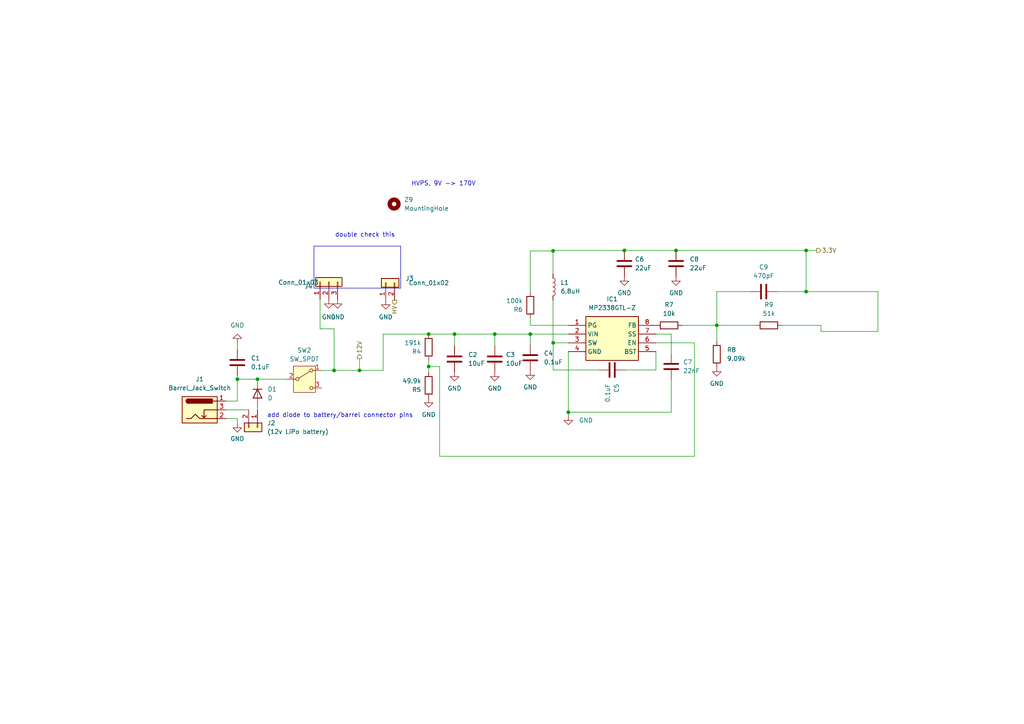
<source format=kicad_sch>
(kicad_sch (version 20230121) (generator eeschema)
  (paper "A4")
  (lib_symbols
    (symbol "Connector:Barrel_Jack_Switch" (pin_names hide)
      (property "Reference" "J" (at 0 5.334 0))
      (property "Value" "Barrel_Jack_Switch" (at 0 -5.08 0))
      (symbol "Barrel_Jack_Switch_0_1"
        (rectangle (start -5.08 3.81) (end 5.08 -3.81) (stroke (width 0.254)) (fill (type background)))
        (arc (start -3.302 3.175) (mid -3.9343 2.54) (end -3.302 1.905) (stroke (width 0.254)))
        (arc (start -3.302 3.175) (mid -3.9343 2.54) (end -3.302 1.905) (stroke (width 0.254)) (fill (type outline)))
        (polyline (pts (xy 1.27 -2.286) (xy 1.905 -1.651)) (stroke (width 0.254)))
        (polyline (pts (xy 5.08 2.54) (xy 3.81 2.54)) (stroke (width 0.254)))
        (polyline (pts (xy 5.08 0) (xy 1.27 0) (xy 1.27 -2.286) (xy 0.635 -1.651)) (stroke (width 0.254)))
        (polyline (pts (xy -3.81 -2.54) (xy -2.54 -2.54) (xy -1.27 -1.27) (xy 0 -2.54) (xy 2.54 -2.54) (xy 5.08 -2.54)) (stroke (width 0.254)))
        (rectangle (start 3.683 3.175) (end -3.302 1.905) (stroke (width 0.254)) (fill (type outline)))
      )
      (symbol "Barrel_Jack_Switch_1_1"
        (pin passive line (at 7.62 2.54 180) (length 2.54) (name "~") (number "1"))
        (pin passive line (at 7.62 -2.54 180) (length 2.54) (name "~") (number "2"))
        (pin passive line (at 7.62 0 180) (length 2.54) (name "~") (number "3"))
      )
    )
    (symbol "Connector_Generic:Conn_01x02" (pin_names (offset 1.016) hide)
      (property "Reference" "J" (at 0 2.54 0))
      (property "Value" "Conn_01x02" (at 0 -5.08 0))
      (symbol "Conn_01x02_1_1"
        (rectangle (start -1.27 -2.413) (end 0 -2.667) (stroke (width 0.1524)))
        (rectangle (start -1.27 0.127) (end 0 -0.127) (stroke (width 0.1524)))
        (rectangle (start -1.27 1.27) (end 1.27 -3.81) (stroke (width 0.254)) (fill (type background)))
        (pin passive line (at -5.08 0 0) (length 3.81) (name "Pin_1") (number "1"))
        (pin passive line (at -5.08 -2.54 0) (length 3.81) (name "Pin_2") (number "2"))
      )
    )
    (symbol "Connector_Generic:Conn_01x03" (pin_names (offset 1.016) hide)
      (property "Reference" "J" (at 0 5.08 0))
      (property "Value" "Conn_01x03" (at 0 -5.08 0))
      (symbol "Conn_01x03_1_1"
        (rectangle (start -1.27 -2.413) (end 0 -2.667) (stroke (width 0.1524)))
        (rectangle (start -1.27 0.127) (end 0 -0.127) (stroke (width 0.1524)))
        (rectangle (start -1.27 2.667) (end 0 2.413) (stroke (width 0.1524)))
        (rectangle (start -1.27 3.81) (end 1.27 -3.81) (stroke (width 0.254)) (fill (type background)))
        (pin passive line (at -5.08 2.54 0) (length 3.81) (name "Pin_1") (number "1"))
        (pin passive line (at -5.08 0 0) (length 3.81) (name "Pin_2") (number "2"))
        (pin passive line (at -5.08 -2.54 0) (length 3.81) (name "Pin_3") (number "3"))
      )
    )
    (symbol "Device:C" (pin_numbers hide) (pin_names (offset 0.254))
      (property "Reference" "C" (at 0.635 2.54 0))
      (property "Value" "C" (at 0.635 -2.54 0))
      (symbol "C_0_1"
        (polyline (pts (xy -2.032 -0.762) (xy 2.032 -0.762)) (stroke (width 0.508)))
        (polyline (pts (xy -2.032 0.762) (xy 2.032 0.762)) (stroke (width 0.508)))
      )
      (symbol "C_1_1"
        (pin passive line (at 0 3.81 270) (length 2.794) (name "~") (number "1"))
        (pin passive line (at 0 -3.81 90) (length 2.794) (name "~") (number "2"))
      )
    )
    (symbol "Device:D" (pin_numbers hide) (pin_names (offset 1.016) hide)
      (property "Reference" "D" (at 0 2.54 0))
      (property "Value" "D" (at 0 -2.54 0))
      (symbol "D_0_1"
        (polyline (pts (xy -1.27 1.27) (xy -1.27 -1.27)) (stroke (width 0.254)))
        (polyline (pts (xy 1.27 0) (xy -1.27 0)))
        (polyline (pts (xy 1.27 1.27) (xy 1.27 -1.27) (xy -1.27 0) (xy 1.27 1.27)) (stroke (width 0.254)))
      )
      (symbol "D_1_1"
        (pin passive line (at -3.81 0 0) (length 2.54) (name "K") (number "1"))
        (pin passive line (at 3.81 0 180) (length 2.54) (name "A") (number "2"))
      )
    )
    (symbol "Device:L" (pin_numbers hide) (pin_names (offset 1.016) hide)
      (property "Reference" "L" (at -1.27 0 90))
      (property "Value" "L" (at 1.905 0 90))
      (symbol "L_0_1"
        (arc (start 0 -2.54) (mid 0.6323 -1.905) (end 0 -1.27))
        (arc (start 0 -1.27) (mid 0.6323 -0.635) (end 0 0))
        (arc (start 0 0) (mid 0.6323 0.635) (end 0 1.27))
        (arc (start 0 1.27) (mid 0.6323 1.905) (end 0 2.54))
      )
      (symbol "L_1_1"
        (pin passive line (at 0 3.81 270) (length 1.27) (name "1") (number "1"))
        (pin passive line (at 0 -3.81 90) (length 1.27) (name "2") (number "2"))
      )
    )
    (symbol "Device:R" (pin_numbers hide) (pin_names (offset 0))
      (property "Reference" "R" (at 2.032 0 90))
      (property "Value" "R" (at 0 0 90))
      (symbol "R_0_1"
        (rectangle (start -1.016 -2.54) (end 1.016 2.54) (stroke (width 0.254)))
      )
      (symbol "R_1_1"
        (pin passive line (at 0 3.81 270) (length 1.27) (name "~") (number "1"))
        (pin passive line (at 0 -3.81 90) (length 1.27) (name "~") (number "2"))
      )
    )
    (symbol "MP2338GTL-Z:MP2338GTL-Z"
      (property "Reference" "IC" (at 21.59 7.62 0))
      (property "Value" "MP2338GTL-Z" (at 21.59 5.08 0))
      (symbol "MP2338GTL-Z_1_1"
        (rectangle (start 5.08 2.54) (end 20.32 -10.16) (stroke (width 0.254)) (fill (type background)))
        (pin passive line (at 0 0 0) (length 5.08) (name "PG") (number "1"))
        (pin passive line (at 0 -2.54 0) (length 5.08) (name "VIN") (number "2"))
        (pin passive line (at 0 -5.08 0) (length 5.08) (name "SW") (number "3"))
        (pin passive line (at 0 -7.62 0) (length 5.08) (name "GND") (number "4"))
        (pin passive line (at 25.4 -7.62 180) (length 5.08) (name "BST") (number "5"))
        (pin passive line (at 25.4 -5.08 180) (length 5.08) (name "EN") (number "6"))
        (pin passive line (at 25.4 -2.54 180) (length 5.08) (name "SS") (number "7"))
        (pin passive line (at 25.4 0 180) (length 5.08) (name "FB") (number "8"))
      )
    )
    (symbol "Mechanical:MountingHole" (pin_names (offset 1.016))
      (property "Reference" "H" (at 0 5.08 0))
      (property "Value" "MountingHole" (at 0 3.175 0))
      (symbol "MountingHole_0_1"
        (circle (center 0 0) (radius 1.27) (stroke (width 1.27)))
      )
    )
    (symbol "Switch:SW_SPDT" (pin_names (offset 0) hide)
      (property "Reference" "SW" (at 0 5.08 0))
      (property "Value" "SW_SPDT" (at 0 -5.08 0))
      (symbol "SW_SPDT_0_1"
        (circle (center -2.032 0) (radius 0.4572))
        (polyline (pts (xy -1.651 0.254) (xy 1.651 2.286)))
        (circle (center 2.032 -2.54) (radius 0.4572))
        (circle (center 2.032 2.54) (radius 0.4572))
      )
      (symbol "SW_SPDT_1_1"
        (rectangle (start -3.175 3.81) (end 3.175 -3.81) (fill (type background)))
        (pin passive line (at 5.08 2.54 180) (length 2.54) (name "A") (number "1"))
        (pin passive line (at -5.08 0 0) (length 2.54) (name "B") (number "2"))
        (pin passive line (at 5.08 -2.54 180) (length 2.54) (name "C") (number "3"))
      )
    )
    (symbol "power:GND" (power) (pin_names (offset 0))
      (property "Value" "GND" (at 0 -3.81 0))
      (symbol "GND_0_1"
        (polyline (pts (xy 0 0) (xy 0 -1.27) (xy 1.27 -1.27) (xy 0 -2.54) (xy -1.27 -1.27) (xy 0 -1.27)))
      )
      (symbol "GND_1_1"
        (pin power_in line (at 0 0 270) (length 0) hide (name "GND") (number "1"))
      )
    )
  )
  (junction (at 124.333 106.3081))
  (junction (at 181.102 72.644))
  (junction (at 104.267 107.442))
  (junction (at 124.333 96.901))
  (junction (at 68.834 109.982))
  (junction (at 164.846 119.5642))
  (junction (at 233.807 84.582))
  (junction (at 160.4363 99.441))
  (junction (at 74.676 109.982))
  (junction (at 160.401 72.771))
  (junction (at 196.088 72.644))
  (junction (at 143.51 96.901))
  (junction (at 96.901 107.442))
  (junction (at 153.797 96.901))
  (junction (at 131.826 96.901))
  (junction (at 233.807 72.644))
  (junction (at 207.899 94.361))
  (wire (pts (xy 160.4363 99.441) (xy 160.401 99.441)))
  (wire (pts (xy 93.345 107.442) (xy 96.901 107.442)))
  (wire (pts (xy 196.088 72.644) (xy 233.807 72.644)))
  (wire (pts (xy 164.846 119.5642) (xy 194.691 119.5642)))
  (wire (pts (xy 65.532 121.412) (xy 68.834 121.412)))
  (wire (pts (xy 153.797 96.774) (xy 153.797 96.901)))
  (wire (pts (xy 173.736 107.315) (xy 160.4363 107.315)))
  (wire (pts (xy 190.246 96.901) (xy 194.691 96.901)))
  (wire (pts (xy 153.797 72.771) (xy 160.401 72.771)))
  (wire (pts (xy 124.333 104.521) (xy 124.333 106.3081)))
  (wire (pts (xy 68.834 108.966) (xy 68.834 109.982)))
  (wire (pts (xy 164.846 96.901) (xy 153.797 96.901)))
  (wire (pts (xy 160.401 99.441) (xy 160.401 87.0314)))
  (wire (pts (xy 68.834 116.332) (xy 68.834 109.982)))
  (wire (pts (xy 96.901 107.442) (xy 104.267 107.442)))
  (wire (pts (xy 92.837 95.377) (xy 92.837 86.868)))
  (wire (pts (xy 68.834 109.982) (xy 74.676 109.982)))
  (wire (pts (xy 254.635 84.582) (xy 233.807 84.582)))
  (wire (pts (xy 207.899 94.361) (xy 207.899 84.582)))
  (wire (pts (xy 153.797 94.361) (xy 153.797 92.329)))
  (wire (pts (xy 153.797 84.709) (xy 153.797 72.771)))
  (wire (pts (xy 131.826 96.901) (xy 131.826 100.33)))
  (wire (pts (xy 233.807 72.644) (xy 236.855 72.644)))
  (wire (pts (xy 153.797 96.901) (xy 153.797 99.949)))
  (wire (pts (xy 68.834 122.8071) (xy 68.834 121.412)))
  (wire (pts (xy 127.508 132.334) (xy 201.422 132.334)))
  (wire (pts (xy 160.4363 99.441) (xy 160.4363 107.315)))
  (wire (pts (xy 207.899 94.361) (xy 219.202 94.361)))
  (wire (pts (xy 68.8364 101.346) (xy 68.834 101.346)))
  (wire (pts (xy 143.51 96.901) (xy 153.797 96.901)))
  (wire (pts (xy 190.246 107.315) (xy 181.356 107.315)))
  (wire (pts (xy 65.532 118.872) (xy 72.136 118.872)))
  (wire (pts (xy 104.267 107.442) (xy 111.125 107.442)))
  (wire (pts (xy 164.846 99.441) (xy 160.4363 99.441)))
  (wire (pts (xy 74.676 117.983) (xy 74.676 118.872)))
  (wire (pts (xy 160.401 72.644) (xy 181.102 72.644)))
  (wire (pts (xy 160.401 79.4114) (xy 160.401 72.771)))
  (wire (pts (xy 254.635 84.582) (xy 254.635 96.139)))
  (wire (pts (xy 164.846 94.361) (xy 153.797 94.361)))
  (wire (pts (xy 164.846 120.65) (xy 164.846 119.5642)))
  (wire (pts (xy 207.899 84.582) (xy 217.678 84.582)))
  (wire (pts (xy 124.333 96.901) (xy 131.826 96.901)))
  (wire (pts (xy 74.676 109.982) (xy 83.185 109.982)))
  (wire (pts (xy 104.267 104.013) (xy 104.267 107.442)))
  (wire (pts (xy 238.125 94.361) (xy 226.822 94.361)))
  (wire (pts (xy 197.866 94.361) (xy 207.899 94.361)))
  (wire (pts (xy 194.691 119.5642) (xy 194.691 110.109)))
  (wire (pts (xy 207.899 94.361) (xy 207.899 98.933)))
  (wire (pts (xy 201.422 99.441) (xy 190.246 99.441)))
  (wire (pts (xy 238.125 96.139) (xy 254.635 96.139)))
  (wire (pts (xy 194.691 96.901) (xy 194.691 102.489)))
  (wire (pts (xy 111.125 107.442) (xy 111.125 96.901)))
  (wire (pts (xy 96.901 107.442) (xy 96.901 95.377)))
  (wire (pts (xy 74.676 109.982) (xy 74.676 110.363)))
  (wire (pts (xy 164.846 101.981) (xy 164.846 119.5642)))
  (wire (pts (xy 238.125 96.139) (xy 238.125 94.361)))
  (wire (pts (xy 181.102 72.644) (xy 196.088 72.644)))
  (wire (pts (xy 190.246 101.981) (xy 190.246 107.315)))
  (wire (pts (xy 201.422 99.441) (xy 201.422 132.334)))
  (wire (pts (xy 131.826 96.901) (xy 143.51 96.901)))
  (wire (pts (xy 96.901 95.377) (xy 92.837 95.377)))
  (wire (pts (xy 124.333 106.3081) (xy 124.333 107.95)))
  (wire (pts (xy 143.51 96.901) (xy 143.51 100.33)))
  (wire (pts (xy 111.125 96.901) (xy 124.333 96.901)))
  (wire (pts (xy 233.807 72.644) (xy 233.807 84.582)))
  (wire (pts (xy 68.8364 101.346) (xy 68.8364 99.4438)))
  (wire (pts (xy 127.508 132.334) (xy 127.508 106.3081)))
  (wire (pts (xy 127.508 106.3081) (xy 124.333 106.3081)))
  (wire (pts (xy 65.532 116.332) (xy 68.834 116.332)))
  (wire (pts (xy 160.401 72.771) (xy 160.401 72.644)))
  (wire (pts (xy 225.298 84.582) (xy 233.807 84.582)))
  (rectangle (start 91.059 71.374) (end 116.205 83.566))
  (text "HVPS, 9V -> 170V" (at 119.253 54.102 0) (effects (font (size 1.27 1.27)) (justify left bottom)))
  (text "double check this\n" (at 97.155 68.961 0) (effects (font (size 1.27 1.27)) (justify left bottom)))
  (text "add diode to battery/barrel connector pins" (at 77.47 121.285 0) (effects (font (size 1.27 1.27)) (justify left bottom)))
  (hierarchical_label "HV" (shape output) (at 114.427 87.122 270))
  (hierarchical_label "12V" (shape output) (at 104.267 104.013 90))
  (hierarchical_label "3.3V" (shape output) (at 236.855 72.644 0))
  (symbol (lib_id "MP2338GTL-Z:MP2338GTL-Z") (at 164.846 94.361 0) (unit 1)
    (property "Reference" "IC1" (at 177.546 86.741 0))
    (property "Value" "MP2338GTL-Z" (at 177.546 89.281 0))
    (property "Footprint" "Footprints:MP2338GTLZ" (effects hide))
    (property "Datasheet" "https://www.monolithicpower.com/en/documentview/productdocument/index/version/2/document_type/Datasheet/lang/en/sku/MP2338GTL/document_id/9461/" (effects hide))
    (property "Height" "0.6" (effects hide))
    (property "Manufacturer_Name" "Monolithic Power Systems (MPS)" (effects hide))
    (property "Manufacturer_Part_Number" "MP2338GTL-Z" (effects hide))
    (property "Mouser Part Number" "946-MP2338GTL-Z" (effects hide))
    (property "Mouser Price/Stock" "https://www.mouser.co.uk/ProductDetail/Monolithic-Power-Systems-MPS/MP2338GTL-Z?qs=Li%252BoUPsLEnuizxbD7Jo%252B7w%3D%3D" (effects hide))
  )
  (symbol (lib_id "power:GND") (at 164.846 120.65 0) (unit 1)
    (property "Reference" "#PWR014" (effects hide))
    (property "Value" "GND" (at 167.894 121.92 0) (effects (justify left)))
  )
  (symbol (lib_id "Device:C") (at 153.797 103.759 180) (unit 1)
    (property "Reference" "C4" (at 157.734 102.489 0) (effects (justify right)))
    (property "Value" "0.1uF" (at 157.734 105.029 0) (effects (justify right)))
    (property "Footprint" "Capacitor_SMD:C_0805_2012Metric" (effects hide))
  )
  (symbol (lib_id "Device:C") (at 143.51 104.14 0) (unit 1)
    (property "Reference" "C3" (at 146.685 102.87 0) (effects (justify left)))
    (property "Value" "10uF" (at 146.685 105.41 0) (effects (justify left)))
    (property "Footprint" "Capacitor_SMD:C_0805_2012Metric" (effects hide))
  )
  (symbol (lib_id "power:GND") (at 97.917 86.868 0) (unit 1)
    (property "Reference" "#PWR09" (effects hide))
    (property "Value" "GND" (at 97.917 91.948 0))
  )
  (symbol (lib_id "Device:R") (at 223.012 94.361 270) (unit 1)
    (property "Reference" "R9" (at 223.012 88.392 90))
    (property "Value" "51k" (at 223.012 90.932 90))
    (property "Footprint" "Resistor_THT:R_Axial_DIN0204_L3.6mm_D1.6mm_P2.54mm_Vertical" (effects hide))
  )
  (symbol (lib_id "power:GND") (at 111.887 87.122 0) (unit 1)
    (property "Reference" "#PWR07" (effects hide))
    (property "Value" "GND" (at 111.887 91.948 0))
  )
  (symbol (lib_id "Device:C") (at 131.826 104.14 0) (unit 1)
    (property "Reference" "C2" (at 135.771 102.87 0) (effects (justify left)))
    (property "Value" "10uF" (at 135.771 105.41 0) (effects (justify left)))
    (property "Footprint" "Capacitor_SMD:C_0805_2012Metric" (effects hide))
  )
  (symbol (lib_id "power:GND") (at 131.826 107.95 0) (unit 1)
    (property "Reference" "#PWR011" (effects hide))
    (property "Value" "GND" (at 131.826 112.649 0))
  )
  (symbol (lib_id "Device:R") (at 194.056 94.361 90) (unit 1)
    (property "Reference" "R7" (at 194.056 88.392 90))
    (property "Value" "10k" (at 194.056 90.932 90))
    (property "Footprint" "Resistor_THT:R_Axial_DIN0204_L3.6mm_D1.6mm_P2.54mm_Vertical" (effects hide))
  )
  (symbol (lib_id "Switch:SW_SPDT") (at 88.265 109.982 0) (unit 1)
    (property "Reference" "SW2" (at 88.265 101.6 0))
    (property "Value" "SW_SPDT" (at 88.265 104.14 0))
    (property "Footprint" "Button_Switch_THT:SW_CuK_OS102011MA1QN1_SPDT_Angled" (effects hide))
  )
  (symbol (lib_id "Mechanical:MountingHole") (at 114.3 59.182 0) (unit 1)
    (property "Reference" "Z9" (at 117.221 57.912 0) (effects (justify left)))
    (property "Value" "MountingHole" (at 117.221 60.452 0) (effects (justify left)))
    (property "Footprint" "MountingHole:MountingHole_2.2mm_M2" (effects hide))
  )
  (symbol (lib_id "Device:C") (at 181.102 76.454 0) (unit 1)
    (property "Reference" "C6" (at 184.15 75.184 0) (effects (justify left)))
    (property "Value" "22uF" (at 184.15 77.724 0) (effects (justify left)))
    (property "Footprint" "Capacitor_SMD:C_0805_2012Metric" (effects hide))
  )
  (symbol (lib_id "Device:C") (at 221.488 84.582 270) (unit 1)
    (property "Reference" "C9" (at 221.488 77.47 90))
    (property "Value" "470pF" (at 221.488 80.01 90))
    (property "Footprint" "Capacitor_SMD:C_0805_2012Metric" (effects hide))
  )
  (symbol (lib_id "power:GND") (at 124.333 115.57 0) (unit 1)
    (property "Reference" "#PWR010" (effects hide))
    (property "Value" "GND" (at 124.333 120.269 0))
  )
  (symbol (lib_id "Device:C") (at 194.691 106.299 180) (unit 1)
    (property "Reference" "C7" (at 198.12 105.029 0) (effects (justify right)))
    (property "Value" "22nF" (at 198.12 107.569 0) (effects (justify right)))
    (property "Footprint" "Capacitor_SMD:C_0805_2012Metric" (effects hide))
  )
  (symbol (lib_id "Connector_Generic:Conn_01x02") (at 111.887 82.042 90) (unit 1)
    (property "Reference" "J3" (at 117.602 80.772 90) (effects (justify right)))
    (property "Value" "Conn_01x02" (at 118.491 82.042 90) (effects (justify right)))
    (property "Footprint" "Connector_PinHeader_2.54mm:PinHeader_1x02_P2.54mm_Vertical" (effects hide))
  )
  (symbol (lib_id "power:GND") (at 143.51 107.95 0) (unit 1)
    (property "Reference" "#PWR012" (effects hide))
    (property "Value" "GND" (at 143.51 112.649 0))
  )
  (symbol (lib_id "power:GND") (at 196.088 80.264 0) (unit 1)
    (property "Reference" "#PWR016" (effects hide))
    (property "Value" "GND" (at 196.088 84.963 0))
  )
  (symbol (lib_id "Connector:Barrel_Jack_Switch") (at 57.912 118.872 0) (unit 1)
    (property "Reference" "J1" (at 57.912 109.982 0))
    (property "Value" "Barrel_Jack_Switch" (at 57.912 112.522 0))
    (property "Footprint" "Connector_BarrelJack:BarrelJack_Horizontal" (effects hide))
  )
  (symbol (lib_id "power:GND") (at 181.102 80.264 0) (unit 1)
    (property "Reference" "#PWR015" (effects hide))
    (property "Value" "GND" (at 181.102 84.963 0))
  )
  (symbol (lib_id "Device:C") (at 196.088 76.454 180) (unit 1)
    (property "Reference" "C8" (at 200.025 75.184 0) (effects (justify right)))
    (property "Value" "22uF" (at 200.025 77.724 0) (effects (justify right)))
    (property "Footprint" "Capacitor_SMD:C_0805_2012Metric" (effects hide))
  )
  (symbol (lib_id "Device:D") (at 74.676 114.173 270) (unit 1)
    (property "Reference" "D1" (at 77.597 112.903 90) (effects (justify left)))
    (property "Value" "D" (at 77.597 115.443 90) (effects (justify left)))
    (property "Footprint" "Diode_THT:D_A-405_P2.54mm_Vertical_AnodeUp" (effects hide))
    (property "Sim.Device" "D" (effects hide))
    (property "Sim.Pins" "1=K 2=A" (effects hide))
  )
  (symbol (lib_id "Connector_Generic:Conn_01x03") (at 95.377 81.788 90) (unit 1)
    (property "Reference" "J4" (at 90.678 83.058 90) (effects (justify left)))
    (property "Value" "Conn_01x03" (at 92.456 81.915 90) (effects (justify left)))
    (property "Footprint" "Connector_PinHeader_2.54mm:PinHeader_1x03_P2.54mm_Vertical" (effects hide))
  )
  (symbol (lib_id "power:GND") (at 207.899 106.553 0) (unit 1)
    (property "Reference" "#PWR017" (effects hide))
    (property "Value" "GND" (at 207.899 111.252 0))
  )
  (symbol (lib_id "power:GND") (at 153.797 107.569 0) (unit 1)
    (property "Reference" "#PWR013" (effects hide))
    (property "Value" "GND" (at 153.797 112.268 0))
  )
  (symbol (lib_id "Device:R") (at 124.333 100.711 0) (unit 1)
    (property "Reference" "R4" (at 122.174 101.981 0) (effects (justify right)))
    (property "Value" "191k" (at 122.174 99.441 0) (effects (justify right)))
    (property "Footprint" "Resistor_THT:R_Axial_DIN0204_L3.6mm_D1.6mm_P2.54mm_Vertical" (effects hide))
  )
  (symbol (lib_id "Device:R") (at 207.899 102.743 0) (unit 1)
    (property "Reference" "R8" (at 210.82 101.473 0) (effects (justify left)))
    (property "Value" "9.09k" (at 210.82 104.013 0) (effects (justify left)))
    (property "Footprint" "Resistor_THT:R_Axial_DIN0204_L3.6mm_D1.6mm_P2.54mm_Vertical" (effects hide))
  )
  (symbol (lib_id "Device:R") (at 124.333 111.76 0) (unit 1)
    (property "Reference" "R5" (at 122.174 113.03 0) (effects (justify right)))
    (property "Value" "49.9k" (at 122.174 110.49 0) (effects (justify right)))
    (property "Footprint" "Resistor_THT:R_Axial_DIN0204_L3.6mm_D1.6mm_P2.54mm_Vertical" (effects hide))
  )
  (symbol (lib_id "Device:L") (at 160.401 83.2214 0) (unit 1)
    (property "Reference" "L1" (at 162.56 81.9514 0) (effects (justify left)))
    (property "Value" "6.8uH" (at 162.56 84.4914 0) (effects (justify left)))
    (property "Footprint" "Inductor_SMD:L_0805_2012Metric" (effects hide))
  )
  (symbol (lib_id "Connector_Generic:Conn_01x02") (at 74.676 123.952 270) (unit 1)
    (property "Reference" "J2" (at 77.47 122.682 90) (effects (justify left)))
    (property "Value" "(12v LiPo battery)" (at 77.47 125.222 90) (effects (justify left)))
    (property "Footprint" "Connector_Molex:Molex_KK-254_AE-6410-02A_1x02_P2.54mm_Vertical" (effects hide))
  )
  (symbol (lib_id "Device:R") (at 153.797 88.519 0) (unit 1)
    (property "Reference" "R6" (at 151.638 89.789 0) (effects (justify right)))
    (property "Value" "100k" (at 151.638 87.249 0) (effects (justify right)))
    (property "Footprint" "Resistor_THT:R_Axial_DIN0204_L3.6mm_D1.6mm_P2.54mm_Vertical" (effects hide))
  )
  (symbol (lib_id "power:GND") (at 68.834 122.8071 0) (unit 1)
    (property "Reference" "#PWR04" (effects hide))
    (property "Value" "GND" (at 68.834 127.2521 0))
  )
  (symbol (lib_id "power:GND") (at 68.8364 99.4438 180) (unit 1)
    (property "Reference" "#PWR05" (effects hide))
    (property "Value" "GND" (at 68.8364 94.3638 0))
  )
  (symbol (lib_id "Device:C") (at 177.546 107.315 90) (unit 1)
    (property "Reference" "C5" (at 178.816 111.252 0) (effects (justify right)))
    (property "Value" "0.1uF" (at 176.276 111.252 0) (effects (justify right)))
    (property "Footprint" "Capacitor_SMD:C_0805_2012Metric" (effects hide))
  )
  (symbol (lib_id "power:GND") (at 95.377 86.868 0) (unit 1)
    (property "Reference" "#PWR08" (effects hide))
    (property "Value" "GND" (at 95.377 91.948 0))
  )
  (symbol (lib_id "Device:C") (at 68.834 105.156 180) (unit 1)
    (property "Reference" "C1" (at 72.771 103.886 0) (effects (justify right)))
    (property "Value" "0.1uF" (at 72.771 106.426 0) (effects (justify right)))
    (property "Footprint" "Capacitor_SMD:C_0805_2012Metric" (effects hide))
  )
)
</source>
